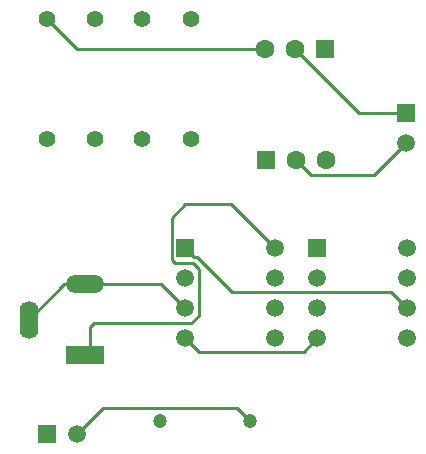
<source format=gbl>
G04*
G04 #@! TF.GenerationSoftware,Altium Limited,Altium Designer,22.1.2 (22)*
G04*
G04 Layer_Physical_Order=2*
G04 Layer_Color=16711680*
%FSLAX25Y25*%
%MOIN*%
G70*
G04*
G04 #@! TF.SameCoordinates,2E8BF825-4B60-4EFC-865E-135B437BFAC4*
G04*
G04*
G04 #@! TF.FilePolarity,Positive*
G04*
G01*
G75*
%ADD13C,0.01000*%
G04:AMPARAMS|DCode=17|XSize=125.98mil|YSize=62.99mil|CornerRadius=31.5mil|HoleSize=0mil|Usage=FLASHONLY|Rotation=0.000|XOffset=0mil|YOffset=0mil|HoleType=Round|Shape=RoundedRectangle|*
%AMROUNDEDRECTD17*
21,1,0.12598,0.00000,0,0,0.0*
21,1,0.06299,0.06299,0,0,0.0*
1,1,0.06299,0.03150,0.00000*
1,1,0.06299,-0.03150,0.00000*
1,1,0.06299,-0.03150,0.00000*
1,1,0.06299,0.03150,0.00000*
%
%ADD17ROUNDEDRECTD17*%
%ADD18R,0.12598X0.06299*%
G04:AMPARAMS|DCode=19|XSize=62.99mil|YSize=125.98mil|CornerRadius=31.5mil|HoleSize=0mil|Usage=FLASHONLY|Rotation=0.000|XOffset=0mil|YOffset=0mil|HoleType=Round|Shape=RoundedRectangle|*
%AMROUNDEDRECTD19*
21,1,0.06299,0.06299,0,0,0.0*
21,1,0.00000,0.12598,0,0,0.0*
1,1,0.06299,0.00000,-0.03150*
1,1,0.06299,0.00000,-0.03150*
1,1,0.06299,0.00000,0.03150*
1,1,0.06299,0.00000,0.03150*
%
%ADD19ROUNDEDRECTD19*%
%ADD26C,0.06299*%
%ADD27R,0.06299X0.06299*%
%ADD28C,0.05512*%
%ADD29R,0.05906X0.05906*%
%ADD30C,0.05906*%
%ADD31C,0.04724*%
%ADD32R,0.05906X0.05906*%
%ADD33C,0.06299*%
%ADD34R,0.06299X0.06299*%
D13*
X144300Y280410D02*
Y289700D01*
X213000Y345500D02*
X218100Y340400D01*
X238900D01*
X249500Y351000D01*
X176000Y286000D02*
X180500Y281500D01*
X215500D01*
X220000Y286000D01*
X142500Y304032D02*
X167968D01*
X176000Y296000D01*
X135807Y304032D02*
X142500D01*
X123996Y292221D02*
X135807Y304032D01*
X193200Y262800D02*
X197500Y258500D01*
X148800Y262800D02*
X193200D01*
X140000Y254000D02*
X148800Y262800D01*
X176000Y316000D02*
X178815Y313185D01*
X180000D01*
X191685Y301500D01*
X244500D01*
X250000Y296000D01*
X234000Y361000D02*
X249500D01*
X212500Y382500D02*
X234000Y361000D01*
X142500Y280410D02*
X144300D01*
Y289700D02*
X145600Y291000D01*
X178000D01*
X180500Y293500D01*
Y309000D01*
X178500Y311000D02*
X180500Y309000D01*
X172500Y311000D02*
X178500D01*
X171500Y312000D02*
X172500Y311000D01*
X171500Y312000D02*
Y326200D01*
X176000Y330700D01*
X191300D01*
X206000Y316000D01*
X140000Y382500D02*
X202500D01*
X130000Y392500D02*
X140000Y382500D01*
D17*
X142500Y304032D02*
D03*
D18*
Y280410D02*
D03*
D19*
X123996Y292221D02*
D03*
D26*
X202500Y382500D02*
D03*
X212500D02*
D03*
D27*
X222500D02*
D03*
D28*
X130000Y352500D02*
D03*
Y392500D02*
D03*
X178000Y352500D02*
D03*
Y392500D02*
D03*
X161500Y352500D02*
D03*
Y392500D02*
D03*
X146000Y352500D02*
D03*
Y392500D02*
D03*
D29*
X220000Y316000D02*
D03*
X176000D02*
D03*
X130000Y254000D02*
D03*
D30*
X220000Y306000D02*
D03*
Y296000D02*
D03*
Y286000D02*
D03*
X250000Y316000D02*
D03*
Y306000D02*
D03*
Y296000D02*
D03*
Y286000D02*
D03*
X176000Y306000D02*
D03*
Y296000D02*
D03*
Y286000D02*
D03*
X206000Y316000D02*
D03*
Y306000D02*
D03*
Y296000D02*
D03*
Y286000D02*
D03*
X140000Y254000D02*
D03*
X249500Y351000D02*
D03*
D31*
X167500Y258500D02*
D03*
X197500D02*
D03*
D32*
X249500Y361000D02*
D03*
D33*
X223000Y345500D02*
D03*
X213000D02*
D03*
D34*
X203000D02*
D03*
M02*

</source>
